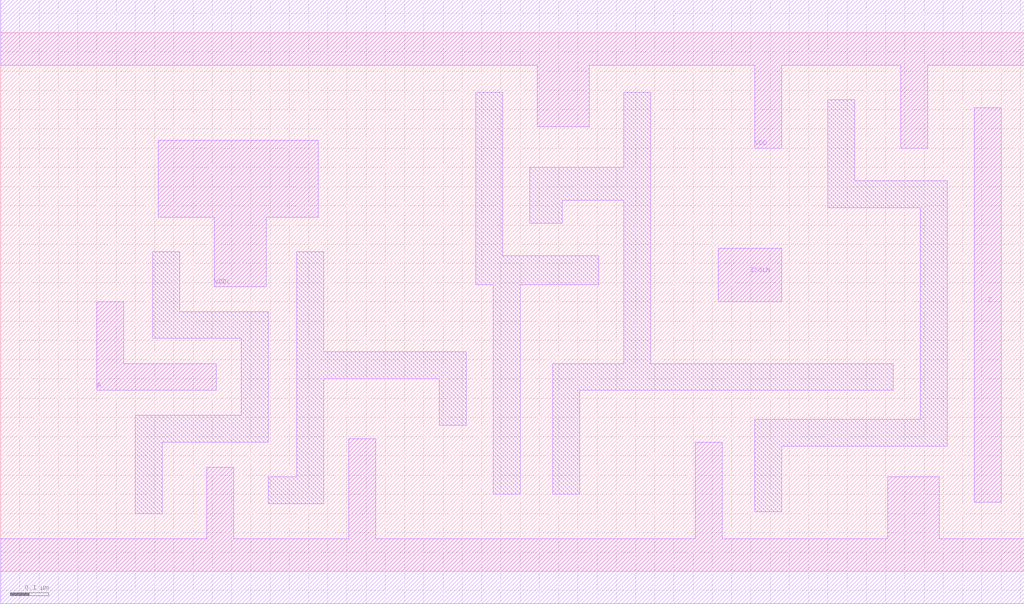
<source format=lef>
# 
# ******************************************************************************
# *                                                                            *
# *                   Copyright (C) 2004-2011, Nangate Inc.                    *
# *                           All rights reserved.                             *
# *                                                                            *
# * Nangate and the Nangate logo are trademarks of Nangate Inc.                *
# *                                                                            *
# * All trademarks, logos, software marks, and trade names (collectively the   *
# * "Marks") in this program are proprietary to Nangate or other respective    *
# * owners that have granted Nangate the right and license to use such Marks.  *
# * You are not permitted to use the Marks without the prior written consent   *
# * of Nangate or such third party that may own the Marks.                     *
# *                                                                            *
# * This file has been provided pursuant to a License Agreement containing     *
# * restrictions on its use. This file contains valuable trade secrets and     *
# * proprietary information of Nangate Inc., and is protected by U.S. and      *
# * international laws and/or treaties.                                        *
# *                                                                            *
# * The copyright notice(s) in this file does not indicate actual or intended  *
# * publication of this file.                                                  *
# *                                                                            *
# *     NGLibraryCreator, v2010.08-HR32-SP3-2010-08-05 - build 1009061800      *
# *                                                                            *
# ******************************************************************************
# 
# 
# Running on server08.nangate.com for user Giancarlo Franciscatto (gfr).
# Local time is now Thu, 6 Jan 2011, 18:10:28.
# Main process id is 3320.

VERSION 5.6 ;
BUSBITCHARS "[]" ;
DIVIDERCHAR "/" ;

MACRO LS_LHEN_X4
  CLASS core ;
  FOREIGN LS_LHEN_X4 0.0 0.0 ;
  ORIGIN 0 0 ;
  SYMMETRY X Y ;
  SITE FreePDK45_38x28_10R_NP_162NW_34O ;
  SIZE 2.66 BY 1.4 ;
  PIN A
    DIRECTION INPUT ;
    ANTENNAPARTIALMETALAREA 0.0329 LAYER metal1 ;
    ANTENNAPARTIALMETALSIDEAREA 0.1404 LAYER metal1 ;
    ANTENNAGATEAREA 0.009 ;
    PORT
      LAYER metal1 ;
        POLYGON 0.25 0.47 0.56 0.47 0.56 0.54 0.32 0.54 0.32 0.7 0.25 0.7  ;
    END
  END A
  PIN ISOLN
    DIRECTION INPUT ;
    ANTENNAPARTIALMETALAREA 0.0231 LAYER metal1 ;
    ANTENNAPARTIALMETALSIDEAREA 0.0793 LAYER metal1 ;
    ANTENNAGATEAREA 0.0185 ;
    PORT
      LAYER metal1 ;
        POLYGON 1.865 0.7 2.03 0.7 2.03 0.84 1.865 0.84  ;
    END
  END ISOLN
  PIN Z
    DIRECTION OUTPUT ;
    ANTENNAPARTIALMETALAREA 0.07175 LAYER metal1 ;
    ANTENNAPARTIALMETALSIDEAREA 0.2847 LAYER metal1 ;
    ANTENNADIFFAREA 0.0987 ;
    PORT
      LAYER metal1 ;
        POLYGON 2.53 0.18 2.6 0.18 2.6 1.205 2.53 1.205  ;
    END
  END Z
  PIN VDD
    DIRECTION INOUT ;
    USE power ;
    SHAPE ABUTMENT ;
    PORT
      LAYER metal1 ;
        POLYGON 0 1.315 0.695 1.315 1.21 1.315 1.395 1.315 1.395 1.155 1.53 1.155 1.53 1.315 1.96 1.315 1.96 1.1 2.03 1.1 2.03 1.315 2.34 1.315 2.34 1.1 2.41 1.1 2.41 1.315 2.46 1.315 2.66 1.315 2.66 1.485 2.46 1.485 1.21 1.485 0.695 1.485 0 1.485  ;
    END
  END VDD
  PIN VDDL
    DIRECTION INOUT ;
    USE power ;
    SHAPE ABUTMENT ;
    PORT
      LAYER metal1 ;
        POLYGON 0.41 0.92 0.555 0.92 0.555 0.74 0.69 0.74 0.69 0.92 0.695 0.92 0.825 0.92 0.825 1.12 0.695 1.12 0.41 1.12  ;
    END
  END VDDL
  PIN VSS
    DIRECTION INOUT ;
    USE ground ;
    SHAPE ABUTMENT ;
    PORT
      LAYER metal1 ;
        POLYGON 0 -0.085 2.66 -0.085 2.66 0.085 2.44 0.085 2.44 0.245 2.305 0.245 2.305 0.085 1.875 0.085 1.875 0.335 1.805 0.335 1.805 0.085 0.975 0.085 0.975 0.345 0.905 0.345 0.905 0.085 0.605 0.085 0.605 0.27 0.535 0.27 0.535 0.085 0 0.085  ;
    END
  END VSS
  OBS
      LAYER metal1 ;
        POLYGON 0.395 0.605 0.625 0.605 0.625 0.405 0.35 0.405 0.35 0.15 0.42 0.15 0.42 0.335 0.695 0.335 0.695 0.675 0.465 0.675 0.465 0.83 0.395 0.83  ;
        POLYGON 0.695 0.175 0.84 0.175 0.84 0.5 1.14 0.5 1.14 0.38 1.21 0.38 1.21 0.57 0.84 0.57 0.84 0.83 0.77 0.83 0.77 0.245 0.695 0.245  ;
        POLYGON 1.235 0.745 1.28 0.745 1.28 0.2 1.35 0.2 1.35 0.745 1.555 0.745 1.555 0.82 1.305 0.82 1.305 1.245 1.235 1.245  ;
        POLYGON 1.375 0.905 1.46 0.905 1.46 0.965 1.62 0.965 1.62 0.54 1.435 0.54 1.435 0.2 1.505 0.2 1.505 0.47 2.32 0.47 2.32 0.54 1.69 0.54 1.69 1.245 1.62 1.245 1.62 1.05 1.375 1.05  ;
        POLYGON 2.15 0.945 2.39 0.945 2.39 0.395 1.96 0.395 1.96 0.155 2.03 0.155 2.03 0.325 2.46 0.325 2.46 1.015 2.22 1.015 2.22 1.225 2.15 1.225  ;
  END
END LS_LHEN_X4

END LIBRARY
#
# End of file
#

</source>
